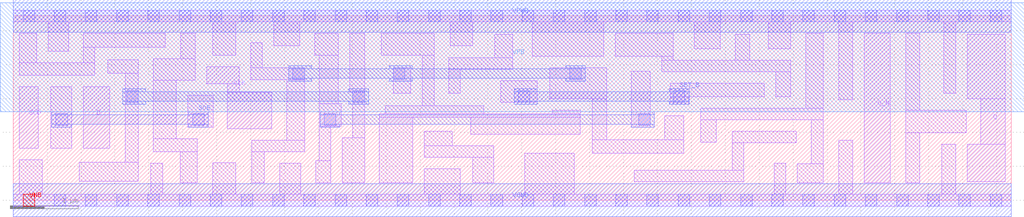
<source format=lef>
# Copyright 2020 The SkyWater PDK Authors
#
# Licensed under the Apache License, Version 2.0 (the "License");
# you may not use this file except in compliance with the License.
# You may obtain a copy of the License at
#
#     https://www.apache.org/licenses/LICENSE-2.0
#
# Unless required by applicable law or agreed to in writing, software
# distributed under the License is distributed on an "AS IS" BASIS,
# WITHOUT WARRANTIES OR CONDITIONS OF ANY KIND, either express or implied.
# See the License for the specific language governing permissions and
# limitations under the License.
#
# SPDX-License-Identifier: Apache-2.0

VERSION 5.7 ;
  NOWIREEXTENSIONATPIN ON ;
  DIVIDERCHAR "/" ;
  BUSBITCHARS "[]" ;
PROPERTYDEFINITIONS
  MACRO maskLayoutSubType STRING ;
  MACRO prCellType STRING ;
  MACRO originalViewName STRING ;
END PROPERTYDEFINITIONS
MACRO sky130_fd_sc_hdll__sdfsbp_1
  CLASS CORE ;
  FOREIGN sky130_fd_sc_hdll__sdfsbp_1 ;
  ORIGIN  0.000000  0.000000 ;
  SIZE  14.72000 BY  2.720000 ;
  SYMMETRY X Y R90 ;
  SITE unithd ;
  PIN CLK
    ANTENNAGATEAREA  0.178200 ;
    DIRECTION INPUT ;
    USE SIGNAL ;
    PORT
      LAYER li1 ;
        RECT 2.855000 1.720000 3.335000 1.970000 ;
        RECT 3.155000 1.055000 3.815000 1.590000 ;
        RECT 3.155000 1.590000 3.335000 1.720000 ;
    END
  END CLK
  PIN D
    ANTENNAGATEAREA  0.178200 ;
    DIRECTION INPUT ;
    USE SIGNAL ;
    PORT
      LAYER li1 ;
        RECT 1.030000 0.765000 1.425000 1.675000 ;
    END
  END D
  PIN Q
    ANTENNADIFFAREA  0.439000 ;
    DIRECTION OUTPUT ;
    USE SIGNAL ;
    PORT
      LAYER li1 ;
        RECT 14.065000 0.275000 14.625000 0.825000 ;
        RECT 14.065000 1.495000 14.625000 2.450000 ;
        RECT 14.270000 0.825000 14.625000 1.495000 ;
    END
  END Q
  PIN Q_N
    ANTENNADIFFAREA  0.471500 ;
    DIRECTION OUTPUT ;
    USE SIGNAL ;
    PORT
      LAYER li1 ;
        RECT 12.550000 0.255000 12.930000 2.465000 ;
    END
  END Q_N
  PIN SCD
    ANTENNAGATEAREA  0.178200 ;
    DIRECTION INPUT ;
    USE SIGNAL ;
    PORT
      LAYER li1 ;
        RECT 0.085000 0.765000 0.365000 1.675000 ;
    END
  END SCD
  PIN SCE
    ANTENNAGATEAREA  0.356400 ;
    DIRECTION INPUT ;
    USE SIGNAL ;
    PORT
      LAYER met1 ;
        RECT 0.570000 1.075000 0.860000 1.120000 ;
        RECT 0.570000 1.120000 2.875000 1.260000 ;
        RECT 0.570000 1.260000 0.860000 1.305000 ;
        RECT 2.585000 1.075000 2.875000 1.120000 ;
        RECT 2.585000 1.260000 2.875000 1.305000 ;
    END
  END SCE
  PIN SET_B
    ANTENNAGATEAREA  0.277200 ;
    DIRECTION INPUT ;
    USE SIGNAL ;
    PORT
      LAYER met1 ;
        RECT 7.385000 1.415000 7.725000 1.460000 ;
        RECT 7.385000 1.460000 9.965000 1.600000 ;
        RECT 7.385000 1.600000 7.725000 1.645000 ;
        RECT 9.675000 1.415000 9.965000 1.460000 ;
        RECT 9.675000 1.600000 9.965000 1.645000 ;
    END
  END SET_B
  PIN VGND
    DIRECTION INOUT ;
    USE GROUND ;
    PORT
      LAYER met1 ;
        RECT 0.000000 -0.240000 14.720000 0.240000 ;
    END
  END VGND
  PIN VNB
    DIRECTION INOUT ;
    USE GROUND ;
    PORT
      LAYER pwell ;
        RECT 0.150000 -0.085000 0.320000 0.085000 ;
    END
  END VNB
  PIN VPB
    DIRECTION INOUT ;
    USE POWER ;
    PORT
      LAYER nwell ;
        RECT -0.190000 1.305000 14.910000 2.910000 ;
    END
  END VPB
  PIN VPWR
    DIRECTION INOUT ;
    USE POWER ;
    PORT
      LAYER met1 ;
        RECT 0.000000 2.480000 14.720000 2.960000 ;
    END
  END VPWR
  OBS
    LAYER li1 ;
      RECT  0.000000 -0.085000 14.720000 0.085000 ;
      RECT  0.000000  2.635000 14.720000 2.805000 ;
      RECT  0.085000  0.085000  0.430000 0.595000 ;
      RECT  0.085000  1.845000  1.205000 2.025000 ;
      RECT  0.085000  2.025000  0.345000 2.465000 ;
      RECT  0.515000  2.195000  0.815000 2.635000 ;
      RECT  0.550000  0.765000  0.860000 1.675000 ;
      RECT  0.975000  0.280000  1.845000 0.560000 ;
      RECT  1.035000  2.025000  1.205000 2.255000 ;
      RECT  1.035000  2.255000  2.245000 2.465000 ;
      RECT  1.395000  1.870000  1.845000 2.075000 ;
      RECT  1.655000  0.560000  1.845000 1.870000 ;
      RECT  2.025000  0.085000  2.205000 0.545000 ;
      RECT  2.065000  0.715000  2.715000 0.905000 ;
      RECT  2.065000  0.905000  2.400000 1.770000 ;
      RECT  2.065000  1.770000  2.685000 2.085000 ;
      RECT  2.460000  0.255000  2.715000 0.715000 ;
      RECT  2.470000  2.085000  2.685000 2.465000 ;
      RECT  2.570000  1.075000  2.950000 1.550000 ;
      RECT  2.940000  0.085000  3.280000 0.555000 ;
      RECT  2.940000  2.140000  3.280000 2.635000 ;
      RECT  3.505000  1.775000  4.295000 1.955000 ;
      RECT  3.505000  1.955000  3.675000 2.325000 ;
      RECT  3.520000  0.255000  3.705000 0.715000 ;
      RECT  3.520000  0.715000  4.295000 0.885000 ;
      RECT  3.845000  2.275000  4.225000 2.635000 ;
      RECT  3.930000  0.085000  4.240000 0.545000 ;
      RECT  4.035000  0.885000  4.295000 1.775000 ;
      RECT  4.445000  2.135000  4.790000 2.465000 ;
      RECT  4.460000  0.255000  4.685000 0.585000 ;
      RECT  4.515000  0.585000  4.685000 1.090000 ;
      RECT  4.515000  1.090000  4.840000 1.420000 ;
      RECT  4.515000  1.420000  4.790000 2.135000 ;
      RECT  4.855000  0.255000  5.180000 0.920000 ;
      RECT  4.960000  1.590000  5.180000 2.465000 ;
      RECT  5.010000  0.920000  5.180000 1.590000 ;
      RECT  5.400000  0.255000  5.890000 1.225000 ;
      RECT  5.400000  1.225000  8.360000 1.275000 ;
      RECT  5.430000  2.135000  6.205000 2.465000 ;
      RECT  5.485000  1.275000  6.935000 1.395000 ;
      RECT  5.605000  1.575000  5.865000 1.955000 ;
      RECT  6.035000  1.395000  6.205000 2.135000 ;
      RECT  6.060000  0.085000  6.595000 0.465000 ;
      RECT  6.060000  0.635000  7.085000 0.805000 ;
      RECT  6.060000  0.805000  6.475000 1.015000 ;
      RECT  6.425000  1.575000  6.595000 1.935000 ;
      RECT  6.425000  1.935000  7.365000 2.105000 ;
      RECT  6.445000  2.275000  6.775000 2.635000 ;
      RECT  6.750000  0.975000  8.360000 1.225000 ;
      RECT  6.775000  0.255000  7.085000 0.635000 ;
      RECT  7.100000  2.105000  7.365000 2.450000 ;
      RECT  7.190000  1.445000  7.725000 1.765000 ;
      RECT  7.540000  0.085000  8.275000 0.690000 ;
      RECT  7.655000  2.125000  8.710000 2.635000 ;
      RECT  7.910000  1.495000  8.755000 1.955000 ;
      RECT  7.950000  1.275000  8.360000 1.325000 ;
      RECT  8.535000  0.695000  9.890000 0.895000 ;
      RECT  8.535000  0.895000  8.755000 1.495000 ;
      RECT  8.880000  2.125000  9.735000 2.460000 ;
      RECT  9.115000  1.075000  9.395000 1.905000 ;
      RECT  9.160000  0.275000 10.775000 0.445000 ;
      RECT  9.565000  1.895000 11.465000 2.065000 ;
      RECT  9.565000  2.065000  9.735000 2.125000 ;
      RECT  9.610000  0.895000  9.890000 1.245000 ;
      RECT  9.685000  1.415000  9.960000 1.525000 ;
      RECT  9.685000  1.525000 11.075000 1.725000 ;
      RECT 10.045000  2.235000 10.425000 2.635000 ;
      RECT 10.140000  0.855000 10.365000 1.185000 ;
      RECT 10.140000  1.185000 11.945000 1.355000 ;
      RECT 10.605000  0.445000 10.775000 0.845000 ;
      RECT 10.605000  0.845000 11.545000 1.015000 ;
      RECT 10.645000  2.065000 10.860000 2.450000 ;
      RECT 11.135000  2.235000 11.465000 2.635000 ;
      RECT 11.220000  0.085000 11.390000 0.545000 ;
      RECT 11.245000  1.525000 11.465000 1.895000 ;
      RECT 11.560000  0.255000 11.945000 0.540000 ;
      RECT 11.685000  1.355000 11.945000 2.465000 ;
      RECT 11.765000  0.540000 11.945000 1.185000 ;
      RECT 12.170000  0.085000 12.380000 0.885000 ;
      RECT 12.170000  1.485000 12.380000 2.635000 ;
      RECT 13.160000  0.255000 13.370000 0.995000 ;
      RECT 13.160000  0.995000 14.050000 1.325000 ;
      RECT 13.160000  1.325000 13.370000 2.465000 ;
      RECT 13.690000  0.085000 13.895000 0.825000 ;
      RECT 13.725000  1.575000 13.895000 2.635000 ;
    LAYER mcon ;
      RECT  0.145000 -0.085000  0.315000 0.085000 ;
      RECT  0.145000  2.635000  0.315000 2.805000 ;
      RECT  0.605000 -0.085000  0.775000 0.085000 ;
      RECT  0.605000  2.635000  0.775000 2.805000 ;
      RECT  0.630000  1.105000  0.800000 1.275000 ;
      RECT  1.065000 -0.085000  1.235000 0.085000 ;
      RECT  1.065000  2.635000  1.235000 2.805000 ;
      RECT  1.525000 -0.085000  1.695000 0.085000 ;
      RECT  1.525000  2.635000  1.695000 2.805000 ;
      RECT  1.675000  1.445000  1.845000 1.615000 ;
      RECT  1.985000 -0.085000  2.155000 0.085000 ;
      RECT  1.985000  2.635000  2.155000 2.805000 ;
      RECT  2.445000 -0.085000  2.615000 0.085000 ;
      RECT  2.445000  2.635000  2.615000 2.805000 ;
      RECT  2.645000  1.105000  2.815000 1.275000 ;
      RECT  2.905000 -0.085000  3.075000 0.085000 ;
      RECT  2.905000  2.635000  3.075000 2.805000 ;
      RECT  3.365000 -0.085000  3.535000 0.085000 ;
      RECT  3.365000  2.635000  3.535000 2.805000 ;
      RECT  3.825000 -0.085000  3.995000 0.085000 ;
      RECT  3.825000  2.635000  3.995000 2.805000 ;
      RECT  4.125000  1.785000  4.295000 1.955000 ;
      RECT  4.285000 -0.085000  4.455000 0.085000 ;
      RECT  4.285000  2.635000  4.455000 2.805000 ;
      RECT  4.585000  1.105000  4.755000 1.275000 ;
      RECT  4.745000 -0.085000  4.915000 0.085000 ;
      RECT  4.745000  2.635000  4.915000 2.805000 ;
      RECT  5.010000  1.445000  5.180000 1.615000 ;
      RECT  5.205000 -0.085000  5.375000 0.085000 ;
      RECT  5.205000  2.635000  5.375000 2.805000 ;
      RECT  5.605000  1.785000  5.775000 1.955000 ;
      RECT  5.665000 -0.085000  5.835000 0.085000 ;
      RECT  5.665000  2.635000  5.835000 2.805000 ;
      RECT  6.125000 -0.085000  6.295000 0.085000 ;
      RECT  6.125000  2.635000  6.295000 2.805000 ;
      RECT  6.585000 -0.085000  6.755000 0.085000 ;
      RECT  6.585000  2.635000  6.755000 2.805000 ;
      RECT  7.045000 -0.085000  7.215000 0.085000 ;
      RECT  7.045000  2.635000  7.215000 2.805000 ;
      RECT  7.445000  1.445000  7.615000 1.615000 ;
      RECT  7.505000 -0.085000  7.675000 0.085000 ;
      RECT  7.505000  2.635000  7.675000 2.805000 ;
      RECT  7.965000 -0.085000  8.135000 0.085000 ;
      RECT  7.965000  2.635000  8.135000 2.805000 ;
      RECT  8.205000  1.785000  8.375000 1.955000 ;
      RECT  8.425000 -0.085000  8.595000 0.085000 ;
      RECT  8.425000  2.635000  8.595000 2.805000 ;
      RECT  8.885000 -0.085000  9.055000 0.085000 ;
      RECT  8.885000  2.635000  9.055000 2.805000 ;
      RECT  9.225000  1.105000  9.395000 1.275000 ;
      RECT  9.345000 -0.085000  9.515000 0.085000 ;
      RECT  9.345000  2.635000  9.515000 2.805000 ;
      RECT  9.735000  1.445000  9.905000 1.615000 ;
      RECT  9.805000 -0.085000  9.975000 0.085000 ;
      RECT  9.805000  2.635000  9.975000 2.805000 ;
      RECT 10.265000 -0.085000 10.435000 0.085000 ;
      RECT 10.265000  2.635000 10.435000 2.805000 ;
      RECT 10.725000 -0.085000 10.895000 0.085000 ;
      RECT 10.725000  2.635000 10.895000 2.805000 ;
      RECT 11.185000 -0.085000 11.355000 0.085000 ;
      RECT 11.185000  2.635000 11.355000 2.805000 ;
      RECT 11.645000 -0.085000 11.815000 0.085000 ;
      RECT 11.645000  2.635000 11.815000 2.805000 ;
      RECT 12.105000 -0.085000 12.275000 0.085000 ;
      RECT 12.105000  2.635000 12.275000 2.805000 ;
      RECT 12.565000 -0.085000 12.735000 0.085000 ;
      RECT 12.565000  2.635000 12.735000 2.805000 ;
      RECT 13.025000 -0.085000 13.195000 0.085000 ;
      RECT 13.025000  2.635000 13.195000 2.805000 ;
      RECT 13.485000 -0.085000 13.655000 0.085000 ;
      RECT 13.485000  2.635000 13.655000 2.805000 ;
      RECT 13.945000 -0.085000 14.115000 0.085000 ;
      RECT 13.945000  2.635000 14.115000 2.805000 ;
      RECT 14.405000 -0.085000 14.575000 0.085000 ;
      RECT 14.405000  2.635000 14.575000 2.805000 ;
    LAYER met1 ;
      RECT 1.615000 1.415000 1.955000 1.460000 ;
      RECT 1.615000 1.460000 5.240000 1.600000 ;
      RECT 1.615000 1.600000 1.955000 1.645000 ;
      RECT 4.065000 1.755000 4.405000 1.800000 ;
      RECT 4.065000 1.800000 8.435000 1.940000 ;
      RECT 4.065000 1.940000 4.405000 1.985000 ;
      RECT 4.525000 1.075000 4.815000 1.120000 ;
      RECT 4.525000 1.120000 9.455000 1.260000 ;
      RECT 4.525000 1.260000 4.815000 1.305000 ;
      RECT 4.950000 1.415000 5.240000 1.460000 ;
      RECT 4.950000 1.600000 5.240000 1.645000 ;
      RECT 5.545000 1.755000 5.885000 1.800000 ;
      RECT 5.545000 1.940000 5.885000 1.985000 ;
      RECT 8.145000 1.755000 8.435000 1.800000 ;
      RECT 8.145000 1.940000 8.435000 1.985000 ;
      RECT 9.115000 1.075000 9.455000 1.120000 ;
      RECT 9.115000 1.260000 9.455000 1.305000 ;
  END
  PROPERTY maskLayoutSubType "abstract" ;
  PROPERTY prCellType "standard" ;
  PROPERTY originalViewName "layout" ;
END sky130_fd_sc_hdll__sdfsbp_1
END LIBRARY

</source>
